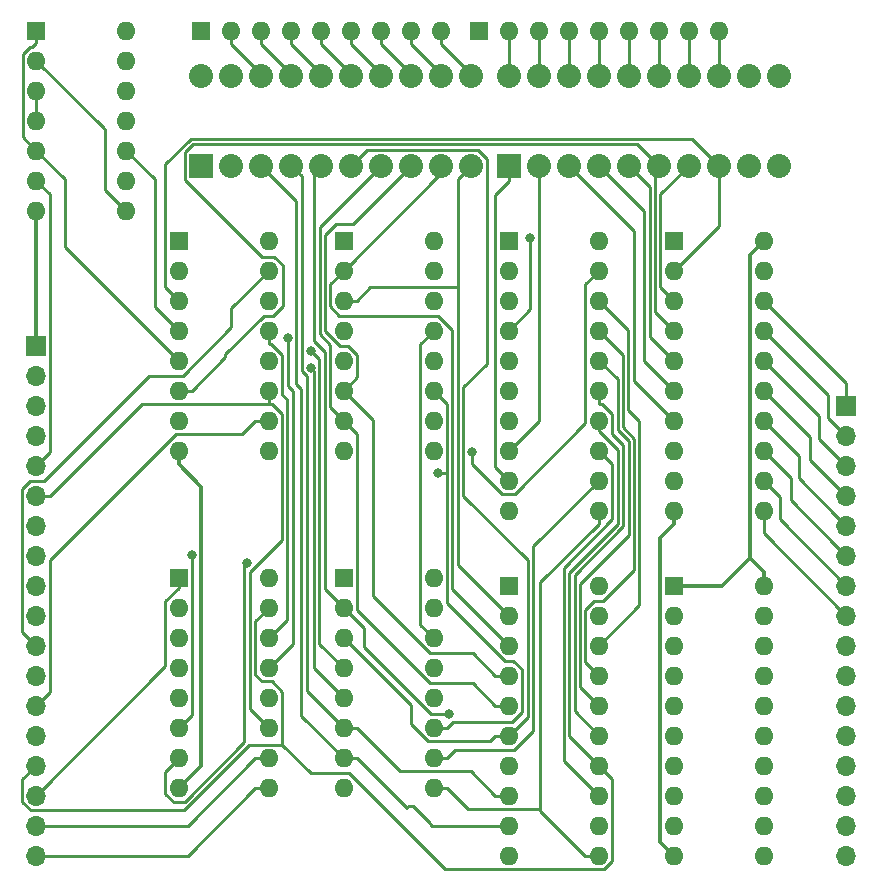
<source format=gtl>
G04 #@! TF.GenerationSoftware,KiCad,Pcbnew,5.0.2+dfsg1-1*
G04 #@! TF.CreationDate,2019-08-03T19:36:51+02:00*
G04 #@! TF.ProjectId,Program-Counter,50726f67-7261-46d2-9d43-6f756e746572,rev?*
G04 #@! TF.SameCoordinates,Original*
G04 #@! TF.FileFunction,Copper,L1,Top*
G04 #@! TF.FilePolarity,Positive*
%FSLAX46Y46*%
G04 Gerber Fmt 4.6, Leading zero omitted, Abs format (unit mm)*
G04 Created by KiCad (PCBNEW 5.0.2+dfsg1-1) date za 03 aug 2019 19:36:51 CEST*
%MOMM*%
%LPD*%
G01*
G04 APERTURE LIST*
G04 #@! TA.AperFunction,ComponentPad*
%ADD10R,1.700000X1.700000*%
G04 #@! TD*
G04 #@! TA.AperFunction,ComponentPad*
%ADD11O,1.700000X1.700000*%
G04 #@! TD*
G04 #@! TA.AperFunction,ComponentPad*
%ADD12O,1.600000X1.600000*%
G04 #@! TD*
G04 #@! TA.AperFunction,ComponentPad*
%ADD13R,1.600000X1.600000*%
G04 #@! TD*
G04 #@! TA.AperFunction,ComponentPad*
%ADD14C,2.032000*%
G04 #@! TD*
G04 #@! TA.AperFunction,ComponentPad*
%ADD15R,2.032000X2.032000*%
G04 #@! TD*
G04 #@! TA.AperFunction,ViaPad*
%ADD16C,0.800000*%
G04 #@! TD*
G04 #@! TA.AperFunction,Conductor*
%ADD17C,0.350000*%
G04 #@! TD*
G04 #@! TA.AperFunction,Conductor*
%ADD18C,0.250000*%
G04 #@! TD*
G04 APERTURE END LIST*
D10*
G04 #@! TO.P,J1,1*
G04 #@! TO.N,GND*
X33655000Y-50165000D03*
D11*
G04 #@! TO.P,J1,2*
G04 #@! TO.N,+5V*
X33655000Y-52705000D03*
G04 #@! TO.P,J1,3*
G04 #@! TO.N,CLOCK*
X33655000Y-55245000D03*
G04 #@! TO.P,J1,4*
G04 #@! TO.N,PC_INC*
X33655000Y-57785000D03*
G04 #@! TO.P,J1,5*
G04 #@! TO.N,PC_DEC*
X33655000Y-60325000D03*
G04 #@! TO.P,J1,6*
G04 #@! TO.N,~PC_L_LOAD*
X33655000Y-62865000D03*
G04 #@! TO.P,J1,7*
G04 #@! TO.N,~PC_H_LOAD*
X33655000Y-65405000D03*
G04 #@! TO.P,J1,8*
G04 #@! TO.N,~PC_L_OUT*
X33655000Y-67945000D03*
G04 #@! TO.P,J1,9*
G04 #@! TO.N,~PC_H_OUT*
X33655000Y-70485000D03*
G04 #@! TO.P,J1,10*
G04 #@! TO.N,~PC_MAR_OUT*
X33655000Y-73025000D03*
G04 #@! TO.P,J1,11*
G04 #@! TO.N,DATA_BUS0*
X33655000Y-75565000D03*
G04 #@! TO.P,J1,12*
G04 #@! TO.N,DATA_BUS1*
X33655000Y-78105000D03*
G04 #@! TO.P,J1,13*
G04 #@! TO.N,DATA_BUS2*
X33655000Y-80645000D03*
G04 #@! TO.P,J1,14*
G04 #@! TO.N,DATA_BUS3*
X33655000Y-83185000D03*
G04 #@! TO.P,J1,15*
G04 #@! TO.N,DATA_BUS4*
X33655000Y-85725000D03*
G04 #@! TO.P,J1,16*
G04 #@! TO.N,DATA_BUS5*
X33655000Y-88265000D03*
G04 #@! TO.P,J1,17*
G04 #@! TO.N,DATA_BUS6*
X33655000Y-90805000D03*
G04 #@! TO.P,J1,18*
G04 #@! TO.N,DATA_BUS7*
X33655000Y-93345000D03*
G04 #@! TD*
D12*
G04 #@! TO.P,U9,20*
G04 #@! TO.N,+5V*
X95250000Y-70485000D03*
G04 #@! TO.P,U9,10*
G04 #@! TO.N,GND*
X87630000Y-93345000D03*
G04 #@! TO.P,U9,19*
G04 #@! TO.N,~PC_MAR_OUT*
X95250000Y-73025000D03*
G04 #@! TO.P,U9,9*
G04 #@! TO.N,Net-(BAR1-Pad3)*
X87630000Y-90805000D03*
G04 #@! TO.P,U9,18*
G04 #@! TO.N,Net-(J2-Pad9)*
X95250000Y-75565000D03*
G04 #@! TO.P,U9,8*
G04 #@! TO.N,Net-(BAR1-Pad4)*
X87630000Y-88265000D03*
G04 #@! TO.P,U9,17*
G04 #@! TO.N,Net-(J2-Pad10)*
X95250000Y-78105000D03*
G04 #@! TO.P,U9,7*
G04 #@! TO.N,Net-(BAR1-Pad5)*
X87630000Y-85725000D03*
G04 #@! TO.P,U9,16*
G04 #@! TO.N,Net-(J2-Pad11)*
X95250000Y-80645000D03*
G04 #@! TO.P,U9,6*
G04 #@! TO.N,Net-(BAR1-Pad6)*
X87630000Y-83185000D03*
G04 #@! TO.P,U9,15*
G04 #@! TO.N,Net-(J2-Pad12)*
X95250000Y-83185000D03*
G04 #@! TO.P,U9,5*
G04 #@! TO.N,Net-(BAR1-Pad7)*
X87630000Y-80645000D03*
G04 #@! TO.P,U9,14*
G04 #@! TO.N,Net-(J2-Pad13)*
X95250000Y-85725000D03*
G04 #@! TO.P,U9,4*
G04 #@! TO.N,Net-(BAR1-Pad8)*
X87630000Y-78105000D03*
G04 #@! TO.P,U9,13*
G04 #@! TO.N,Net-(J2-Pad14)*
X95250000Y-88265000D03*
G04 #@! TO.P,U9,3*
G04 #@! TO.N,Net-(BAR1-Pad9)*
X87630000Y-75565000D03*
G04 #@! TO.P,U9,12*
G04 #@! TO.N,Net-(J2-Pad15)*
X95250000Y-90805000D03*
G04 #@! TO.P,U9,2*
G04 #@! TO.N,Net-(BAR1-Pad10)*
X87630000Y-73025000D03*
G04 #@! TO.P,U9,11*
G04 #@! TO.N,Net-(J2-Pad16)*
X95250000Y-93345000D03*
D13*
G04 #@! TO.P,U9,1*
G04 #@! TO.N,+5V*
X87630000Y-70485000D03*
G04 #@! TD*
G04 #@! TO.P,U8,1*
G04 #@! TO.N,+5V*
X87630000Y-41275000D03*
D12*
G04 #@! TO.P,U8,11*
G04 #@! TO.N,Net-(J2-Pad8)*
X95250000Y-64135000D03*
G04 #@! TO.P,U8,2*
G04 #@! TO.N,Net-(BAR2-Pad8)*
X87630000Y-43815000D03*
G04 #@! TO.P,U8,12*
G04 #@! TO.N,Net-(J2-Pad7)*
X95250000Y-61595000D03*
G04 #@! TO.P,U8,3*
G04 #@! TO.N,Net-(BAR2-Pad7)*
X87630000Y-46355000D03*
G04 #@! TO.P,U8,13*
G04 #@! TO.N,Net-(J2-Pad6)*
X95250000Y-59055000D03*
G04 #@! TO.P,U8,4*
G04 #@! TO.N,Net-(BAR2-Pad6)*
X87630000Y-48895000D03*
G04 #@! TO.P,U8,14*
G04 #@! TO.N,Net-(J2-Pad5)*
X95250000Y-56515000D03*
G04 #@! TO.P,U8,5*
G04 #@! TO.N,Net-(BAR2-Pad5)*
X87630000Y-51435000D03*
G04 #@! TO.P,U8,15*
G04 #@! TO.N,Net-(J2-Pad4)*
X95250000Y-53975000D03*
G04 #@! TO.P,U8,6*
G04 #@! TO.N,Net-(BAR2-Pad4)*
X87630000Y-53975000D03*
G04 #@! TO.P,U8,16*
G04 #@! TO.N,Net-(J2-Pad3)*
X95250000Y-51435000D03*
G04 #@! TO.P,U8,7*
G04 #@! TO.N,Net-(BAR2-Pad3)*
X87630000Y-56515000D03*
G04 #@! TO.P,U8,17*
G04 #@! TO.N,Net-(J2-Pad2)*
X95250000Y-48895000D03*
G04 #@! TO.P,U8,8*
G04 #@! TO.N,Net-(BAR2-Pad2)*
X87630000Y-59055000D03*
G04 #@! TO.P,U8,18*
G04 #@! TO.N,Net-(J2-Pad1)*
X95250000Y-46355000D03*
G04 #@! TO.P,U8,9*
G04 #@! TO.N,Net-(BAR2-Pad1)*
X87630000Y-61595000D03*
G04 #@! TO.P,U8,19*
G04 #@! TO.N,~PC_MAR_OUT*
X95250000Y-43815000D03*
G04 #@! TO.P,U8,10*
G04 #@! TO.N,GND*
X87630000Y-64135000D03*
G04 #@! TO.P,U8,20*
G04 #@! TO.N,+5V*
X95250000Y-41275000D03*
G04 #@! TD*
D13*
G04 #@! TO.P,U4,1*
G04 #@! TO.N,DATA_BUS1*
X59690000Y-41275000D03*
D12*
G04 #@! TO.P,U4,9*
G04 #@! TO.N,DATA_BUS3*
X67310000Y-59055000D03*
G04 #@! TO.P,U4,2*
G04 #@! TO.N,Net-(BAR1-Pad9)*
X59690000Y-43815000D03*
G04 #@! TO.P,U4,10*
G04 #@! TO.N,DATA_BUS2*
X67310000Y-56515000D03*
G04 #@! TO.P,U4,3*
G04 #@! TO.N,Net-(BAR1-Pad10)*
X59690000Y-46355000D03*
G04 #@! TO.P,U4,11*
G04 #@! TO.N,~PC_H_LOAD*
X67310000Y-53975000D03*
G04 #@! TO.P,U4,4*
G04 #@! TO.N,~CLK_EN*
X59690000Y-48895000D03*
G04 #@! TO.P,U4,12*
G04 #@! TO.N,Net-(U4-Pad12)*
X67310000Y-51435000D03*
G04 #@! TO.P,U4,5*
G04 #@! TO.N,DOWN_~UP*
X59690000Y-51435000D03*
G04 #@! TO.P,U4,13*
G04 #@! TO.N,Net-(U4-Pad13)*
X67310000Y-48895000D03*
G04 #@! TO.P,U4,6*
G04 #@! TO.N,Net-(BAR1-Pad8)*
X59690000Y-53975000D03*
G04 #@! TO.P,U4,14*
G04 #@! TO.N,Net-(U3-Pad13)*
X67310000Y-46355000D03*
G04 #@! TO.P,U4,7*
G04 #@! TO.N,Net-(BAR1-Pad7)*
X59690000Y-56515000D03*
G04 #@! TO.P,U4,15*
G04 #@! TO.N,DATA_BUS0*
X67310000Y-43815000D03*
G04 #@! TO.P,U4,8*
G04 #@! TO.N,GND*
X59690000Y-59055000D03*
G04 #@! TO.P,U4,16*
G04 #@! TO.N,+5V*
X67310000Y-41275000D03*
G04 #@! TD*
D11*
G04 #@! TO.P,J2,16*
G04 #@! TO.N,Net-(J2-Pad16)*
X102235000Y-93345000D03*
G04 #@! TO.P,J2,15*
G04 #@! TO.N,Net-(J2-Pad15)*
X102235000Y-90805000D03*
G04 #@! TO.P,J2,14*
G04 #@! TO.N,Net-(J2-Pad14)*
X102235000Y-88265000D03*
G04 #@! TO.P,J2,13*
G04 #@! TO.N,Net-(J2-Pad13)*
X102235000Y-85725000D03*
G04 #@! TO.P,J2,12*
G04 #@! TO.N,Net-(J2-Pad12)*
X102235000Y-83185000D03*
G04 #@! TO.P,J2,11*
G04 #@! TO.N,Net-(J2-Pad11)*
X102235000Y-80645000D03*
G04 #@! TO.P,J2,10*
G04 #@! TO.N,Net-(J2-Pad10)*
X102235000Y-78105000D03*
G04 #@! TO.P,J2,9*
G04 #@! TO.N,Net-(J2-Pad9)*
X102235000Y-75565000D03*
G04 #@! TO.P,J2,8*
G04 #@! TO.N,Net-(J2-Pad8)*
X102235000Y-73025000D03*
G04 #@! TO.P,J2,7*
G04 #@! TO.N,Net-(J2-Pad7)*
X102235000Y-70485000D03*
G04 #@! TO.P,J2,6*
G04 #@! TO.N,Net-(J2-Pad6)*
X102235000Y-67945000D03*
G04 #@! TO.P,J2,5*
G04 #@! TO.N,Net-(J2-Pad5)*
X102235000Y-65405000D03*
G04 #@! TO.P,J2,4*
G04 #@! TO.N,Net-(J2-Pad4)*
X102235000Y-62865000D03*
G04 #@! TO.P,J2,3*
G04 #@! TO.N,Net-(J2-Pad3)*
X102235000Y-60325000D03*
G04 #@! TO.P,J2,2*
G04 #@! TO.N,Net-(J2-Pad2)*
X102235000Y-57785000D03*
D10*
G04 #@! TO.P,J2,1*
G04 #@! TO.N,Net-(J2-Pad1)*
X102235000Y-55245000D03*
G04 #@! TD*
D14*
G04 #@! TO.P,BAR2,20*
G04 #@! TO.N,Net-(BAR2-Pad20)*
X73660000Y-27305000D03*
G04 #@! TO.P,BAR2,19*
G04 #@! TO.N,Net-(BAR2-Pad19)*
X76200000Y-27305000D03*
G04 #@! TO.P,BAR2,18*
G04 #@! TO.N,Net-(BAR2-Pad18)*
X78740000Y-27305000D03*
G04 #@! TO.P,BAR2,17*
G04 #@! TO.N,Net-(BAR2-Pad17)*
X81280000Y-27305000D03*
G04 #@! TO.P,BAR2,9*
G04 #@! TO.N,Net-(BAR2-Pad9)*
X93980000Y-34925000D03*
G04 #@! TO.P,BAR2,10*
G04 #@! TO.N,Net-(BAR2-Pad10)*
X96520000Y-34925000D03*
G04 #@! TO.P,BAR2,11*
G04 #@! TO.N,Net-(BAR2-Pad11)*
X96520000Y-27305000D03*
G04 #@! TO.P,BAR2,12*
G04 #@! TO.N,Net-(BAR2-Pad12)*
X93980000Y-27305000D03*
G04 #@! TO.P,BAR2,8*
G04 #@! TO.N,Net-(BAR2-Pad8)*
X91440000Y-34925000D03*
G04 #@! TO.P,BAR2,7*
G04 #@! TO.N,Net-(BAR2-Pad7)*
X88900000Y-34925000D03*
G04 #@! TO.P,BAR2,6*
G04 #@! TO.N,Net-(BAR2-Pad6)*
X86360000Y-34925000D03*
G04 #@! TO.P,BAR2,5*
G04 #@! TO.N,Net-(BAR2-Pad5)*
X83820000Y-34925000D03*
G04 #@! TO.P,BAR2,16*
G04 #@! TO.N,Net-(BAR2-Pad16)*
X83820000Y-27305000D03*
G04 #@! TO.P,BAR2,15*
G04 #@! TO.N,Net-(BAR2-Pad15)*
X86360000Y-27305000D03*
G04 #@! TO.P,BAR2,14*
G04 #@! TO.N,Net-(BAR2-Pad14)*
X88900000Y-27305000D03*
G04 #@! TO.P,BAR2,13*
G04 #@! TO.N,Net-(BAR2-Pad13)*
X91440000Y-27305000D03*
G04 #@! TO.P,BAR2,4*
G04 #@! TO.N,Net-(BAR2-Pad4)*
X81280000Y-34925000D03*
G04 #@! TO.P,BAR2,3*
G04 #@! TO.N,Net-(BAR2-Pad3)*
X78740000Y-34925000D03*
G04 #@! TO.P,BAR2,2*
G04 #@! TO.N,Net-(BAR2-Pad2)*
X76200000Y-34925000D03*
D15*
G04 #@! TO.P,BAR2,1*
G04 #@! TO.N,Net-(BAR2-Pad1)*
X73660000Y-34925000D03*
G04 #@! TD*
G04 #@! TO.P,BAR1,1*
G04 #@! TO.N,Net-(BAR1-Pad1)*
X47625000Y-34925000D03*
D14*
G04 #@! TO.P,BAR1,2*
G04 #@! TO.N,Net-(BAR1-Pad2)*
X50165000Y-34925000D03*
G04 #@! TO.P,BAR1,3*
G04 #@! TO.N,Net-(BAR1-Pad3)*
X52705000Y-34925000D03*
G04 #@! TO.P,BAR1,4*
G04 #@! TO.N,Net-(BAR1-Pad4)*
X55245000Y-34925000D03*
G04 #@! TO.P,BAR1,13*
G04 #@! TO.N,Net-(BAR1-Pad13)*
X65405000Y-27305000D03*
G04 #@! TO.P,BAR1,14*
G04 #@! TO.N,Net-(BAR1-Pad14)*
X62865000Y-27305000D03*
G04 #@! TO.P,BAR1,15*
G04 #@! TO.N,Net-(BAR1-Pad15)*
X60325000Y-27305000D03*
G04 #@! TO.P,BAR1,16*
G04 #@! TO.N,Net-(BAR1-Pad16)*
X57785000Y-27305000D03*
G04 #@! TO.P,BAR1,5*
G04 #@! TO.N,Net-(BAR1-Pad5)*
X57785000Y-34925000D03*
G04 #@! TO.P,BAR1,6*
G04 #@! TO.N,Net-(BAR1-Pad6)*
X60325000Y-34925000D03*
G04 #@! TO.P,BAR1,7*
G04 #@! TO.N,Net-(BAR1-Pad7)*
X62865000Y-34925000D03*
G04 #@! TO.P,BAR1,8*
G04 #@! TO.N,Net-(BAR1-Pad8)*
X65405000Y-34925000D03*
G04 #@! TO.P,BAR1,12*
G04 #@! TO.N,Net-(BAR1-Pad12)*
X67945000Y-27305000D03*
G04 #@! TO.P,BAR1,11*
G04 #@! TO.N,Net-(BAR1-Pad11)*
X70485000Y-27305000D03*
G04 #@! TO.P,BAR1,10*
G04 #@! TO.N,Net-(BAR1-Pad10)*
X70485000Y-34925000D03*
G04 #@! TO.P,BAR1,9*
G04 #@! TO.N,Net-(BAR1-Pad9)*
X67945000Y-34925000D03*
G04 #@! TO.P,BAR1,17*
G04 #@! TO.N,Net-(BAR1-Pad17)*
X55245000Y-27305000D03*
G04 #@! TO.P,BAR1,18*
G04 #@! TO.N,Net-(BAR1-Pad18)*
X52705000Y-27305000D03*
G04 #@! TO.P,BAR1,19*
G04 #@! TO.N,Net-(BAR1-Pad19)*
X50165000Y-27305000D03*
G04 #@! TO.P,BAR1,20*
G04 #@! TO.N,Net-(BAR1-Pad20)*
X47625000Y-27305000D03*
G04 #@! TD*
D13*
G04 #@! TO.P,U1,1*
G04 #@! TO.N,DOWN_~UP*
X33655000Y-23495000D03*
D12*
G04 #@! TO.P,U1,8*
G04 #@! TO.N,PC_INC*
X41275000Y-38735000D03*
G04 #@! TO.P,U1,2*
X33655000Y-26035000D03*
G04 #@! TO.P,U1,9*
G04 #@! TO.N,PC_DEC*
X41275000Y-36195000D03*
G04 #@! TO.P,U1,3*
G04 #@! TO.N,Net-(U1-Pad3)*
X33655000Y-28575000D03*
G04 #@! TO.P,U1,10*
G04 #@! TO.N,~CLK_EN*
X41275000Y-33655000D03*
G04 #@! TO.P,U1,4*
G04 #@! TO.N,Net-(U1-Pad3)*
X33655000Y-31115000D03*
G04 #@! TO.P,U1,11*
G04 #@! TO.N,N/C*
X41275000Y-31115000D03*
G04 #@! TO.P,U1,5*
G04 #@! TO.N,DOWN_~UP*
X33655000Y-33655000D03*
G04 #@! TO.P,U1,12*
G04 #@! TO.N,N/C*
X41275000Y-28575000D03*
G04 #@! TO.P,U1,6*
G04 #@! TO.N,PC_DEC*
X33655000Y-36195000D03*
G04 #@! TO.P,U1,13*
G04 #@! TO.N,N/C*
X41275000Y-26035000D03*
G04 #@! TO.P,U1,7*
G04 #@! TO.N,GND*
X33655000Y-38735000D03*
G04 #@! TO.P,U1,14*
G04 #@! TO.N,+5V*
X41275000Y-23495000D03*
G04 #@! TD*
G04 #@! TO.P,U5,16*
G04 #@! TO.N,+5V*
X67310000Y-69850000D03*
G04 #@! TO.P,U5,8*
G04 #@! TO.N,GND*
X59690000Y-87630000D03*
G04 #@! TO.P,U5,15*
G04 #@! TO.N,DATA_BUS4*
X67310000Y-72390000D03*
G04 #@! TO.P,U5,7*
G04 #@! TO.N,Net-(BAR1-Pad3)*
X59690000Y-85090000D03*
G04 #@! TO.P,U5,14*
G04 #@! TO.N,Net-(U4-Pad13)*
X67310000Y-74930000D03*
G04 #@! TO.P,U5,6*
G04 #@! TO.N,Net-(BAR1-Pad4)*
X59690000Y-82550000D03*
G04 #@! TO.P,U5,13*
G04 #@! TO.N,Net-(U5-Pad13)*
X67310000Y-77470000D03*
G04 #@! TO.P,U5,5*
G04 #@! TO.N,DOWN_~UP*
X59690000Y-80010000D03*
G04 #@! TO.P,U5,12*
G04 #@! TO.N,Net-(U5-Pad12)*
X67310000Y-80010000D03*
G04 #@! TO.P,U5,4*
G04 #@! TO.N,~CLK_EN*
X59690000Y-77470000D03*
G04 #@! TO.P,U5,11*
G04 #@! TO.N,~PC_H_LOAD*
X67310000Y-82550000D03*
G04 #@! TO.P,U5,3*
G04 #@! TO.N,Net-(BAR1-Pad6)*
X59690000Y-74930000D03*
G04 #@! TO.P,U5,10*
G04 #@! TO.N,DATA_BUS6*
X67310000Y-85090000D03*
G04 #@! TO.P,U5,2*
G04 #@! TO.N,Net-(BAR1-Pad5)*
X59690000Y-72390000D03*
G04 #@! TO.P,U5,9*
G04 #@! TO.N,DATA_BUS7*
X67310000Y-87630000D03*
D13*
G04 #@! TO.P,U5,1*
G04 #@! TO.N,DATA_BUS5*
X59690000Y-69850000D03*
G04 #@! TD*
D12*
G04 #@! TO.P,U3,16*
G04 #@! TO.N,+5V*
X53340000Y-69850000D03*
G04 #@! TO.P,U3,8*
G04 #@! TO.N,GND*
X45720000Y-87630000D03*
G04 #@! TO.P,U3,15*
G04 #@! TO.N,DATA_BUS4*
X53340000Y-72390000D03*
G04 #@! TO.P,U3,7*
G04 #@! TO.N,Net-(BAR2-Pad1)*
X45720000Y-85090000D03*
G04 #@! TO.P,U3,14*
G04 #@! TO.N,Net-(U2-Pad13)*
X53340000Y-74930000D03*
G04 #@! TO.P,U3,6*
G04 #@! TO.N,Net-(BAR2-Pad2)*
X45720000Y-82550000D03*
G04 #@! TO.P,U3,13*
G04 #@! TO.N,Net-(U3-Pad13)*
X53340000Y-77470000D03*
G04 #@! TO.P,U3,5*
G04 #@! TO.N,DOWN_~UP*
X45720000Y-80010000D03*
G04 #@! TO.P,U3,12*
G04 #@! TO.N,Net-(U3-Pad12)*
X53340000Y-80010000D03*
G04 #@! TO.P,U3,4*
G04 #@! TO.N,~CLK_EN*
X45720000Y-77470000D03*
G04 #@! TO.P,U3,11*
G04 #@! TO.N,~PC_L_LOAD*
X53340000Y-82550000D03*
G04 #@! TO.P,U3,3*
G04 #@! TO.N,Net-(BAR2-Pad4)*
X45720000Y-74930000D03*
G04 #@! TO.P,U3,10*
G04 #@! TO.N,DATA_BUS6*
X53340000Y-85090000D03*
G04 #@! TO.P,U3,2*
G04 #@! TO.N,Net-(BAR2-Pad3)*
X45720000Y-72390000D03*
G04 #@! TO.P,U3,9*
G04 #@! TO.N,DATA_BUS7*
X53340000Y-87630000D03*
D13*
G04 #@! TO.P,U3,1*
G04 #@! TO.N,DATA_BUS5*
X45720000Y-69850000D03*
G04 #@! TD*
G04 #@! TO.P,U2,1*
G04 #@! TO.N,DATA_BUS1*
X45720000Y-41275000D03*
D12*
G04 #@! TO.P,U2,9*
G04 #@! TO.N,DATA_BUS3*
X53340000Y-59055000D03*
G04 #@! TO.P,U2,2*
G04 #@! TO.N,Net-(BAR2-Pad7)*
X45720000Y-43815000D03*
G04 #@! TO.P,U2,10*
G04 #@! TO.N,DATA_BUS2*
X53340000Y-56515000D03*
G04 #@! TO.P,U2,3*
G04 #@! TO.N,Net-(BAR2-Pad8)*
X45720000Y-46355000D03*
G04 #@! TO.P,U2,11*
G04 #@! TO.N,~PC_L_LOAD*
X53340000Y-53975000D03*
G04 #@! TO.P,U2,4*
G04 #@! TO.N,~CLK_EN*
X45720000Y-48895000D03*
G04 #@! TO.P,U2,12*
G04 #@! TO.N,Net-(U2-Pad12)*
X53340000Y-51435000D03*
G04 #@! TO.P,U2,5*
G04 #@! TO.N,DOWN_~UP*
X45720000Y-51435000D03*
G04 #@! TO.P,U2,13*
G04 #@! TO.N,Net-(U2-Pad13)*
X53340000Y-48895000D03*
G04 #@! TO.P,U2,6*
G04 #@! TO.N,Net-(BAR2-Pad6)*
X45720000Y-53975000D03*
G04 #@! TO.P,U2,14*
G04 #@! TO.N,CLOCK*
X53340000Y-46355000D03*
G04 #@! TO.P,U2,7*
G04 #@! TO.N,Net-(BAR2-Pad5)*
X45720000Y-56515000D03*
G04 #@! TO.P,U2,15*
G04 #@! TO.N,DATA_BUS0*
X53340000Y-43815000D03*
G04 #@! TO.P,U2,8*
G04 #@! TO.N,GND*
X45720000Y-59055000D03*
G04 #@! TO.P,U2,16*
G04 #@! TO.N,+5V*
X53340000Y-41275000D03*
G04 #@! TD*
G04 #@! TO.P,U7,20*
G04 #@! TO.N,+5V*
X81280000Y-70485000D03*
G04 #@! TO.P,U7,10*
G04 #@! TO.N,GND*
X73660000Y-93345000D03*
G04 #@! TO.P,U7,19*
G04 #@! TO.N,~PC_H_OUT*
X81280000Y-73025000D03*
G04 #@! TO.P,U7,9*
G04 #@! TO.N,Net-(BAR1-Pad3)*
X73660000Y-90805000D03*
G04 #@! TO.P,U7,18*
G04 #@! TO.N,DATA_BUS0*
X81280000Y-75565000D03*
G04 #@! TO.P,U7,8*
G04 #@! TO.N,Net-(BAR1-Pad4)*
X73660000Y-88265000D03*
G04 #@! TO.P,U7,17*
G04 #@! TO.N,DATA_BUS1*
X81280000Y-78105000D03*
G04 #@! TO.P,U7,7*
G04 #@! TO.N,Net-(BAR1-Pad5)*
X73660000Y-85725000D03*
G04 #@! TO.P,U7,16*
G04 #@! TO.N,DATA_BUS2*
X81280000Y-80645000D03*
G04 #@! TO.P,U7,6*
G04 #@! TO.N,Net-(BAR1-Pad6)*
X73660000Y-83185000D03*
G04 #@! TO.P,U7,15*
G04 #@! TO.N,DATA_BUS3*
X81280000Y-83185000D03*
G04 #@! TO.P,U7,5*
G04 #@! TO.N,Net-(BAR1-Pad7)*
X73660000Y-80645000D03*
G04 #@! TO.P,U7,14*
G04 #@! TO.N,DATA_BUS4*
X81280000Y-85725000D03*
G04 #@! TO.P,U7,4*
G04 #@! TO.N,Net-(BAR1-Pad8)*
X73660000Y-78105000D03*
G04 #@! TO.P,U7,13*
G04 #@! TO.N,DATA_BUS5*
X81280000Y-88265000D03*
G04 #@! TO.P,U7,3*
G04 #@! TO.N,Net-(BAR1-Pad9)*
X73660000Y-75565000D03*
G04 #@! TO.P,U7,12*
G04 #@! TO.N,DATA_BUS6*
X81280000Y-90805000D03*
G04 #@! TO.P,U7,2*
G04 #@! TO.N,Net-(BAR1-Pad10)*
X73660000Y-73025000D03*
G04 #@! TO.P,U7,11*
G04 #@! TO.N,DATA_BUS7*
X81280000Y-93345000D03*
D13*
G04 #@! TO.P,U7,1*
G04 #@! TO.N,+5V*
X73660000Y-70485000D03*
G04 #@! TD*
G04 #@! TO.P,U6,1*
G04 #@! TO.N,+5V*
X73660000Y-41275000D03*
D12*
G04 #@! TO.P,U6,11*
G04 #@! TO.N,DATA_BUS7*
X81280000Y-64135000D03*
G04 #@! TO.P,U6,2*
G04 #@! TO.N,Net-(BAR2-Pad8)*
X73660000Y-43815000D03*
G04 #@! TO.P,U6,12*
G04 #@! TO.N,DATA_BUS6*
X81280000Y-61595000D03*
G04 #@! TO.P,U6,3*
G04 #@! TO.N,Net-(BAR2-Pad7)*
X73660000Y-46355000D03*
G04 #@! TO.P,U6,13*
G04 #@! TO.N,DATA_BUS5*
X81280000Y-59055000D03*
G04 #@! TO.P,U6,4*
G04 #@! TO.N,Net-(BAR2-Pad6)*
X73660000Y-48895000D03*
G04 #@! TO.P,U6,14*
G04 #@! TO.N,DATA_BUS4*
X81280000Y-56515000D03*
G04 #@! TO.P,U6,5*
G04 #@! TO.N,Net-(BAR2-Pad5)*
X73660000Y-51435000D03*
G04 #@! TO.P,U6,15*
G04 #@! TO.N,DATA_BUS3*
X81280000Y-53975000D03*
G04 #@! TO.P,U6,6*
G04 #@! TO.N,Net-(BAR2-Pad4)*
X73660000Y-53975000D03*
G04 #@! TO.P,U6,16*
G04 #@! TO.N,DATA_BUS2*
X81280000Y-51435000D03*
G04 #@! TO.P,U6,7*
G04 #@! TO.N,Net-(BAR2-Pad3)*
X73660000Y-56515000D03*
G04 #@! TO.P,U6,17*
G04 #@! TO.N,DATA_BUS1*
X81280000Y-48895000D03*
G04 #@! TO.P,U6,8*
G04 #@! TO.N,Net-(BAR2-Pad2)*
X73660000Y-59055000D03*
G04 #@! TO.P,U6,18*
G04 #@! TO.N,DATA_BUS0*
X81280000Y-46355000D03*
G04 #@! TO.P,U6,9*
G04 #@! TO.N,Net-(BAR2-Pad1)*
X73660000Y-61595000D03*
G04 #@! TO.P,U6,19*
G04 #@! TO.N,~PC_L_OUT*
X81280000Y-43815000D03*
G04 #@! TO.P,U6,10*
G04 #@! TO.N,GND*
X73660000Y-64135000D03*
G04 #@! TO.P,U6,20*
G04 #@! TO.N,+5V*
X81280000Y-41275000D03*
G04 #@! TD*
G04 #@! TO.P,RN2,9*
G04 #@! TO.N,Net-(BAR2-Pad13)*
X91440000Y-23495000D03*
G04 #@! TO.P,RN2,8*
G04 #@! TO.N,Net-(BAR2-Pad14)*
X88900000Y-23495000D03*
G04 #@! TO.P,RN2,7*
G04 #@! TO.N,Net-(BAR2-Pad15)*
X86360000Y-23495000D03*
G04 #@! TO.P,RN2,6*
G04 #@! TO.N,Net-(BAR2-Pad16)*
X83820000Y-23495000D03*
G04 #@! TO.P,RN2,5*
G04 #@! TO.N,Net-(BAR2-Pad17)*
X81280000Y-23495000D03*
G04 #@! TO.P,RN2,4*
G04 #@! TO.N,Net-(BAR2-Pad18)*
X78740000Y-23495000D03*
G04 #@! TO.P,RN2,3*
G04 #@! TO.N,Net-(BAR2-Pad19)*
X76200000Y-23495000D03*
G04 #@! TO.P,RN2,2*
G04 #@! TO.N,Net-(BAR2-Pad20)*
X73660000Y-23495000D03*
D13*
G04 #@! TO.P,RN2,1*
G04 #@! TO.N,GND*
X71120000Y-23495000D03*
G04 #@! TD*
G04 #@! TO.P,RN1,1*
G04 #@! TO.N,GND*
X47625000Y-23495000D03*
D12*
G04 #@! TO.P,RN1,2*
G04 #@! TO.N,Net-(BAR1-Pad18)*
X50165000Y-23495000D03*
G04 #@! TO.P,RN1,3*
G04 #@! TO.N,Net-(BAR1-Pad17)*
X52705000Y-23495000D03*
G04 #@! TO.P,RN1,4*
G04 #@! TO.N,Net-(BAR1-Pad16)*
X55245000Y-23495000D03*
G04 #@! TO.P,RN1,5*
G04 #@! TO.N,Net-(BAR1-Pad15)*
X57785000Y-23495000D03*
G04 #@! TO.P,RN1,6*
G04 #@! TO.N,Net-(BAR1-Pad14)*
X60325000Y-23495000D03*
G04 #@! TO.P,RN1,7*
G04 #@! TO.N,Net-(BAR1-Pad13)*
X62865000Y-23495000D03*
G04 #@! TO.P,RN1,8*
G04 #@! TO.N,Net-(BAR1-Pad12)*
X65405000Y-23495000D03*
G04 #@! TO.P,RN1,9*
G04 #@! TO.N,Net-(BAR1-Pad11)*
X67945000Y-23495000D03*
G04 #@! TD*
D16*
G04 #@! TO.N,Net-(BAR2-Pad6)*
X75456100Y-41090700D03*
G04 #@! TO.N,Net-(BAR2-Pad2)*
X46845300Y-67867900D03*
G04 #@! TO.N,Net-(BAR2-Pad1)*
X51473900Y-68601700D03*
G04 #@! TO.N,~PC_L_OUT*
X70549400Y-59149800D03*
G04 #@! TO.N,Net-(BAR1-Pad5)*
X68572200Y-81376200D03*
G04 #@! TO.N,~CLK_EN*
X56952900Y-50645800D03*
G04 #@! TO.N,DOWN_~UP*
X56886900Y-52022400D03*
G04 #@! TO.N,Net-(U3-Pad13)*
X54944900Y-49544600D03*
G04 #@! TO.N,~PC_H_LOAD*
X67683800Y-60937300D03*
G04 #@! TD*
D17*
G04 #@! TO.N,GND*
X33655000Y-38735000D02*
X33655000Y-48939700D01*
X33655000Y-50165000D02*
X33655000Y-48939700D01*
X45720000Y-60230300D02*
X45720000Y-59055000D01*
X47627300Y-62137600D02*
X45720000Y-60230300D01*
X47627300Y-85722700D02*
X47627300Y-62137600D01*
X45720000Y-87630000D02*
X47627300Y-85722700D01*
X87630000Y-65310300D02*
X87630000Y-64135000D01*
X86454600Y-66485700D02*
X87630000Y-65310300D01*
X86454600Y-92169600D02*
X86454600Y-66485700D01*
X87630000Y-93345000D02*
X86454600Y-92169600D01*
D18*
G04 #@! TO.N,Net-(BAR1-Pad18)*
X50165000Y-23495000D02*
X50165000Y-24620300D01*
X50165000Y-24620300D02*
X52705000Y-27160300D01*
X52705000Y-27160300D02*
X52705000Y-27305000D01*
G04 #@! TO.N,Net-(BAR1-Pad17)*
X52705000Y-23495000D02*
X52705000Y-24620300D01*
X52705000Y-24620300D02*
X55245000Y-27160300D01*
X55245000Y-27160300D02*
X55245000Y-27305000D01*
G04 #@! TO.N,Net-(BAR1-Pad16)*
X55245000Y-23495000D02*
X55245000Y-24620300D01*
X55245000Y-24620300D02*
X57785000Y-27160300D01*
X57785000Y-27160300D02*
X57785000Y-27305000D01*
G04 #@! TO.N,Net-(BAR1-Pad15)*
X57785000Y-23495000D02*
X57785000Y-24620300D01*
X57785000Y-24620300D02*
X60325000Y-27160300D01*
X60325000Y-27160300D02*
X60325000Y-27305000D01*
G04 #@! TO.N,Net-(BAR1-Pad14)*
X60325000Y-23495000D02*
X60325000Y-24620300D01*
X60325000Y-24620300D02*
X62865000Y-27160300D01*
X62865000Y-27160300D02*
X62865000Y-27305000D01*
G04 #@! TO.N,Net-(BAR1-Pad13)*
X62865000Y-23495000D02*
X62865000Y-24620300D01*
X62865000Y-24620300D02*
X65405000Y-27160300D01*
X65405000Y-27160300D02*
X65405000Y-27305000D01*
G04 #@! TO.N,Net-(BAR1-Pad12)*
X65405000Y-23495000D02*
X65405000Y-24620300D01*
X65405000Y-24620300D02*
X67945000Y-27160300D01*
X67945000Y-27160300D02*
X67945000Y-27305000D01*
G04 #@! TO.N,Net-(BAR1-Pad11)*
X67945000Y-23495000D02*
X67945000Y-24620300D01*
X67945000Y-24620300D02*
X70485000Y-27160300D01*
X70485000Y-27160300D02*
X70485000Y-27305000D01*
G04 #@! TO.N,Net-(BAR2-Pad13)*
X91440000Y-23495000D02*
X91440000Y-27305000D01*
G04 #@! TO.N,Net-(BAR2-Pad14)*
X88900000Y-23495000D02*
X88900000Y-27305000D01*
G04 #@! TO.N,Net-(BAR2-Pad15)*
X86360000Y-23495000D02*
X86360000Y-27305000D01*
G04 #@! TO.N,Net-(BAR2-Pad16)*
X83820000Y-23495000D02*
X83820000Y-27305000D01*
G04 #@! TO.N,Net-(BAR2-Pad17)*
X81280000Y-23495000D02*
X81280000Y-27305000D01*
G04 #@! TO.N,Net-(BAR2-Pad18)*
X78740000Y-23495000D02*
X78740000Y-27305000D01*
G04 #@! TO.N,Net-(BAR2-Pad19)*
X76200000Y-23495000D02*
X76200000Y-27305000D01*
G04 #@! TO.N,Net-(BAR2-Pad20)*
X73660000Y-23495000D02*
X73660000Y-27305000D01*
D17*
G04 #@! TO.N,+5V*
X95250000Y-69309700D02*
X94056000Y-68115700D01*
X87630000Y-70485000D02*
X91686700Y-70485000D01*
X91686700Y-70485000D02*
X94056000Y-68115700D01*
X95250000Y-70485000D02*
X95250000Y-69309700D01*
X94056000Y-42469000D02*
X94056000Y-43561000D01*
X95250000Y-41275000D02*
X94056000Y-42469000D01*
X94056000Y-68115700D02*
X94056000Y-43561000D01*
D18*
G04 #@! TO.N,DATA_BUS7*
X53340000Y-87630000D02*
X52214700Y-87630000D01*
X52214700Y-87630000D02*
X46499700Y-93345000D01*
X46499700Y-93345000D02*
X33655000Y-93345000D01*
X76344700Y-89415900D02*
X76344700Y-70195600D01*
X76344700Y-70195600D02*
X81280000Y-65260300D01*
X81280000Y-64135000D02*
X81280000Y-65260300D01*
X76344700Y-89415900D02*
X76344700Y-89535000D01*
X76344700Y-89535000D02*
X80154700Y-93345000D01*
X68435300Y-87630000D02*
X70221200Y-89415900D01*
X70221200Y-89415900D02*
X76344700Y-89415900D01*
X81280000Y-93345000D02*
X80154700Y-93345000D01*
X67310000Y-87630000D02*
X68435300Y-87630000D01*
G04 #@! TO.N,Net-(BAR2-Pad8)*
X89168000Y-32653000D02*
X91440000Y-34925000D01*
X46728400Y-32653000D02*
X89168000Y-32653000D01*
X44594700Y-34786700D02*
X46728400Y-32653000D01*
X44594700Y-45229700D02*
X44594700Y-34786700D01*
X45720000Y-46355000D02*
X44594700Y-45229700D01*
X87630000Y-43815000D02*
X91440000Y-40005000D01*
X91440000Y-40005000D02*
X91440000Y-38862000D01*
X91440000Y-38862000D02*
X91440000Y-34925000D01*
G04 #@! TO.N,DATA_BUS6*
X52214700Y-85090000D02*
X46499700Y-90805000D01*
X46499700Y-90805000D02*
X33655000Y-90805000D01*
X53340000Y-85090000D02*
X52214700Y-85090000D01*
X68435300Y-85090000D02*
X67310000Y-85090000D01*
X74086900Y-84418500D02*
X69106800Y-84418500D01*
X75703300Y-67171700D02*
X75703300Y-82802100D01*
X75703300Y-82802100D02*
X74086900Y-84418500D01*
X81280000Y-61595000D02*
X75703300Y-67171700D01*
X69106800Y-84418500D02*
X68435300Y-85090000D01*
G04 #@! TO.N,Net-(BAR2-Pad7)*
X86504700Y-37320300D02*
X88900000Y-34925000D01*
X86504700Y-45229700D02*
X86504700Y-37320300D01*
X87630000Y-46355000D02*
X86504700Y-45229700D01*
G04 #@! TO.N,DATA_BUS5*
X44594700Y-77325300D02*
X33655000Y-88265000D01*
X45720000Y-70693900D02*
X44594700Y-71819200D01*
X44594700Y-71819200D02*
X44594700Y-77325300D01*
X45720000Y-69850000D02*
X45720000Y-70693900D01*
X78331900Y-85316900D02*
X81280000Y-88265000D01*
X78331900Y-68966300D02*
X78331900Y-85316900D01*
X82432200Y-60207200D02*
X82432200Y-64866000D01*
X82432200Y-64866000D02*
X78331900Y-68966300D01*
X81280000Y-59055000D02*
X82432200Y-60207200D01*
G04 #@! TO.N,Net-(BAR2-Pad6)*
X52914000Y-47625000D02*
X53661600Y-47625000D01*
X53661600Y-47625000D02*
X54510700Y-46775900D01*
X54510700Y-46775900D02*
X54510700Y-43372800D01*
X54510700Y-43372800D02*
X53776100Y-42638200D01*
X53776100Y-42638200D02*
X52762700Y-42638200D01*
X52762700Y-42638200D02*
X46270700Y-36146200D01*
X46270700Y-36146200D02*
X46270700Y-33772800D01*
X46270700Y-33772800D02*
X46931200Y-33112300D01*
X86360000Y-34925000D02*
X86054400Y-35230600D01*
X49657000Y-51169370D02*
X49657000Y-50882000D01*
X46851370Y-53975000D02*
X49657000Y-51169370D01*
X45720000Y-53975000D02*
X46851370Y-53975000D01*
X49657000Y-50882000D02*
X52914000Y-47625000D01*
X73660000Y-48895000D02*
X75456100Y-47098900D01*
X75456100Y-47098900D02*
X75456100Y-45085000D01*
X75456100Y-41090700D02*
X75456100Y-45085000D01*
X86054400Y-47319400D02*
X86054400Y-45593000D01*
X87630000Y-48895000D02*
X86054400Y-47319400D01*
X86054400Y-35230600D02*
X86054400Y-45593000D01*
X84547300Y-33112300D02*
X83566000Y-33112300D01*
X86360000Y-34925000D02*
X84547300Y-33112300D01*
X46931200Y-33112300D02*
X83566000Y-33112300D01*
X83566000Y-33112300D02*
X83936100Y-33112300D01*
G04 #@! TO.N,DATA_BUS4*
X53340000Y-72390000D02*
X52213800Y-73516200D01*
X52213800Y-73516200D02*
X52213800Y-78011400D01*
X52213800Y-78011400D02*
X52797800Y-78595400D01*
X52797800Y-78595400D02*
X53590500Y-78595400D01*
X53590500Y-78595400D02*
X54471000Y-79475900D01*
X54471000Y-79475900D02*
X54471000Y-83940300D01*
X51705900Y-83940300D02*
X54471000Y-83940300D01*
X32479700Y-86900300D02*
X32479700Y-88780300D01*
X33215600Y-89516200D02*
X46130000Y-89516200D01*
X46130000Y-89516200D02*
X51705900Y-83940300D01*
X33655000Y-85725000D02*
X32479700Y-86900300D01*
X32479700Y-88780300D02*
X33215600Y-89516200D01*
X60093400Y-86360000D02*
X56890700Y-86360000D01*
X56890700Y-86360000D02*
X54471000Y-83940300D01*
X81280000Y-85725000D02*
X82405300Y-86850300D01*
X82405300Y-86850300D02*
X82405300Y-93820800D01*
X82405300Y-93820800D02*
X81724500Y-94501600D01*
X81724500Y-94501600D02*
X68235000Y-94501600D01*
X68235000Y-94501600D02*
X60093400Y-86360000D01*
X78782300Y-83227300D02*
X81280000Y-85725000D01*
X81280000Y-56515000D02*
X81280000Y-57358900D01*
X82882700Y-65277700D02*
X78782300Y-69378100D01*
X81280000Y-57358900D02*
X82882700Y-58961600D01*
X82882700Y-58961600D02*
X82882700Y-65277700D01*
X78782300Y-69378100D02*
X78782300Y-83227300D01*
G04 #@! TO.N,Net-(BAR2-Pad5)*
X85604100Y-36709100D02*
X83820000Y-34925000D01*
X85604100Y-49409100D02*
X85604100Y-36709100D01*
X87630000Y-51435000D02*
X85604100Y-49409100D01*
G04 #@! TO.N,DATA_BUS3*
X81280000Y-55100300D02*
X81280000Y-53975000D01*
X82405300Y-55944200D02*
X81561400Y-55100300D01*
X81561400Y-55100300D02*
X81280000Y-55100300D01*
X81280000Y-83185000D02*
X79232600Y-81137600D01*
X83352600Y-58581600D02*
X82405300Y-57634300D01*
X79232600Y-81137600D02*
X79232600Y-69564700D01*
X79232600Y-69564700D02*
X83352600Y-65444700D01*
X82405300Y-57634300D02*
X82405300Y-55944200D01*
X83352600Y-65444700D02*
X83352600Y-58581600D01*
G04 #@! TO.N,Net-(BAR2-Pad4)*
X85100600Y-51445600D02*
X85100600Y-38745600D01*
X85100600Y-38745600D02*
X81280000Y-34925000D01*
X87630000Y-53975000D02*
X85100600Y-51445600D01*
G04 #@! TO.N,DATA_BUS2*
X33655000Y-80645000D02*
X34830300Y-79469700D01*
X52214700Y-56515000D02*
X53340000Y-56515000D01*
X34830300Y-79469700D02*
X34830300Y-68338400D01*
X34830300Y-68338400D02*
X45528400Y-57640300D01*
X45528400Y-57640300D02*
X51089400Y-57640300D01*
X51089400Y-57640300D02*
X52214700Y-56515000D01*
X79688100Y-79053100D02*
X81280000Y-80645000D01*
X79688100Y-70358100D02*
X79688100Y-79053100D01*
X81280000Y-51435000D02*
X82869700Y-53024700D01*
X82869700Y-53024700D02*
X82869700Y-57279900D01*
X83807300Y-58217500D02*
X83807300Y-66238900D01*
X82869700Y-57279900D02*
X83807300Y-58217500D01*
X83807300Y-66238900D02*
X79688100Y-70358100D01*
G04 #@! TO.N,Net-(BAR2-Pad3)*
X84253200Y-53138200D02*
X84253200Y-40438200D01*
X84253200Y-40438200D02*
X78740000Y-34925000D01*
X87630000Y-56515000D02*
X84253200Y-53138200D01*
G04 #@! TO.N,DATA_BUS1*
X80138400Y-76963400D02*
X81280000Y-78105000D01*
X80138400Y-72511200D02*
X80138400Y-76963400D01*
X83320000Y-50935000D02*
X83320000Y-57093300D01*
X81280000Y-48895000D02*
X83320000Y-50935000D01*
X84257600Y-58030900D02*
X84257600Y-69144100D01*
X80894600Y-71755000D02*
X80138400Y-72511200D01*
X81646700Y-71755000D02*
X80894600Y-71755000D01*
X83320000Y-57093300D02*
X84257600Y-58030900D01*
X84257600Y-69144100D02*
X81646700Y-71755000D01*
G04 #@! TO.N,Net-(BAR2-Pad2)*
X45720000Y-82550000D02*
X46845300Y-81424700D01*
X46845300Y-81424700D02*
X46845300Y-80010000D01*
X46845300Y-80010000D02*
X46845300Y-67867900D01*
X76200000Y-56515000D02*
X76200000Y-55118000D01*
X73660000Y-59055000D02*
X76200000Y-56515000D01*
X76200000Y-55118000D02*
X76200000Y-34925000D01*
G04 #@! TO.N,DATA_BUS0*
X46054300Y-52705000D02*
X50165000Y-48594300D01*
X43175200Y-52705000D02*
X46054300Y-52705000D01*
X34285200Y-61595000D02*
X43175200Y-52705000D01*
X50165000Y-48594300D02*
X50165000Y-46990000D01*
X32479700Y-74389700D02*
X32479700Y-62271900D01*
X32479700Y-62271900D02*
X33156600Y-61595000D01*
X50165000Y-46990000D02*
X53340000Y-43815000D01*
X33655000Y-75565000D02*
X32479700Y-74389700D01*
X33156600Y-61595000D02*
X34285200Y-61595000D01*
X84707900Y-72137100D02*
X81280000Y-75565000D01*
X84707900Y-56583100D02*
X84707900Y-72137100D01*
X83770300Y-55645500D02*
X84707900Y-56583100D01*
X83770300Y-48845300D02*
X83770300Y-55645500D01*
X81280000Y-46355000D02*
X83770300Y-48845300D01*
G04 #@! TO.N,Net-(BAR2-Pad1)*
X45720000Y-85090000D02*
X44582900Y-86227100D01*
X44582900Y-86227100D02*
X44582900Y-88106800D01*
X44582900Y-88106800D02*
X45275500Y-88799400D01*
X45275500Y-88799400D02*
X46209900Y-88799400D01*
X46209900Y-88799400D02*
X51250500Y-83758800D01*
X51250500Y-83758800D02*
X51250500Y-68825100D01*
X51250500Y-68825100D02*
X51473900Y-68601700D01*
X73660000Y-36266300D02*
X73660000Y-34925000D01*
X72534700Y-60469700D02*
X72534700Y-37391600D01*
X72534700Y-37391600D02*
X73660000Y-36266300D01*
X73660000Y-61595000D02*
X72534700Y-60469700D01*
G04 #@! TO.N,~PC_L_OUT*
X70549400Y-60167700D02*
X70549400Y-59149800D01*
X81280000Y-43815000D02*
X80154700Y-44940300D01*
X80154700Y-56723800D02*
X74158100Y-62720400D01*
X80154700Y-44940300D02*
X80154700Y-56723800D01*
X74158100Y-62720400D02*
X73102100Y-62720400D01*
X73102100Y-62720400D02*
X70549400Y-60167700D01*
G04 #@! TO.N,Net-(BAR1-Pad3)*
X73660000Y-90805000D02*
X67112700Y-90805000D01*
X67112700Y-90805000D02*
X67112700Y-90750500D01*
X67112700Y-90750500D02*
X66980600Y-90618400D01*
X66980600Y-90618400D02*
X66980600Y-90618300D01*
X66980600Y-90618300D02*
X65532900Y-89170600D01*
X65532900Y-89170600D02*
X65159700Y-89170600D01*
X65159700Y-89170600D02*
X65027800Y-89302500D01*
X65027800Y-89302500D02*
X60815300Y-85090000D01*
X60252700Y-85090000D02*
X59690000Y-85090000D01*
X60252700Y-85090000D02*
X60815300Y-85090000D01*
X55670300Y-53387700D02*
X55670300Y-37890300D01*
X55670300Y-37890300D02*
X52705000Y-34925000D01*
X56097600Y-81497600D02*
X56097600Y-53815000D01*
X56097600Y-53815000D02*
X55670300Y-53387700D01*
X59690000Y-85090000D02*
X56097600Y-81497600D01*
G04 #@! TO.N,Net-(BAR1-Pad4)*
X73660000Y-88265000D02*
X72534700Y-88265000D01*
X59690000Y-82550000D02*
X60815300Y-82550000D01*
X60815300Y-82550000D02*
X64480700Y-86215400D01*
X64480700Y-86215400D02*
X70485100Y-86215400D01*
X70485100Y-86215400D02*
X72534700Y-88265000D01*
X56120600Y-35800600D02*
X55245000Y-34925000D01*
X56120600Y-52281900D02*
X56120600Y-35800600D01*
X56548000Y-79408000D02*
X56548000Y-52709300D01*
X56548000Y-52709300D02*
X56120600Y-52281900D01*
X59690000Y-82550000D02*
X56548000Y-79408000D01*
G04 #@! TO.N,Net-(BAR1-Pad5)*
X67072900Y-81376200D02*
X68572200Y-81376200D01*
X61388700Y-74088700D02*
X61388700Y-75692000D01*
X59690000Y-72390000D02*
X61388700Y-74088700D01*
X61388700Y-75692000D02*
X67072900Y-81376200D01*
X57180200Y-49811000D02*
X57180200Y-35529800D01*
X57180200Y-35529800D02*
X57785000Y-34925000D01*
X58067700Y-70767700D02*
X58067700Y-50698500D01*
X58067700Y-50698500D02*
X57180200Y-49811000D01*
X59690000Y-72390000D02*
X58067700Y-70767700D01*
G04 #@! TO.N,Net-(BAR1-Pad6)*
X73660000Y-83185000D02*
X72534700Y-83185000D01*
X59690000Y-74930000D02*
X65372100Y-80612100D01*
X65372100Y-80612100D02*
X65372100Y-82208300D01*
X65372100Y-82208300D02*
X66839800Y-83676000D01*
X66839800Y-83676000D02*
X72043700Y-83676000D01*
X72043700Y-83676000D02*
X72534700Y-83185000D01*
X60325000Y-34925000D02*
X61687300Y-33562700D01*
X61687300Y-33562700D02*
X71030700Y-33562700D01*
X71030700Y-33562700D02*
X71833200Y-34365200D01*
X71833200Y-34365200D02*
X71833200Y-51689800D01*
X71833200Y-51689800D02*
X69823500Y-53699500D01*
X69823500Y-53699500D02*
X69823500Y-62855600D01*
X69823500Y-62855600D02*
X75252900Y-68285000D01*
X75252900Y-68285000D02*
X75252900Y-81592100D01*
X75252900Y-81592100D02*
X73660000Y-83185000D01*
G04 #@! TO.N,Net-(BAR1-Pad7)*
X62865000Y-34925000D02*
X57649200Y-40140800D01*
X57649200Y-40140800D02*
X57649200Y-49217900D01*
X57649200Y-49217900D02*
X58518000Y-50086700D01*
X58518000Y-50086700D02*
X58518000Y-55343000D01*
X58518000Y-55343000D02*
X59690000Y-56515000D01*
X72534700Y-80645000D02*
X73660000Y-80645000D01*
X59690000Y-56515000D02*
X60815300Y-57640300D01*
X60815300Y-57640300D02*
X60815300Y-72571400D01*
X66983900Y-78740000D02*
X70629700Y-78740000D01*
X70629700Y-78740000D02*
X72534700Y-80645000D01*
X60815300Y-72571400D02*
X66983900Y-78740000D01*
G04 #@! TO.N,Net-(BAR1-Pad8)*
X59034700Y-39846600D02*
X60483400Y-39846600D01*
X58099500Y-40781800D02*
X59034700Y-39846600D01*
X58099500Y-48902000D02*
X58099500Y-40781800D01*
X59690000Y-53975000D02*
X60815300Y-52849700D01*
X60815300Y-50968500D02*
X60011800Y-50165000D01*
X60011800Y-50165000D02*
X59362500Y-50165000D01*
X60483400Y-39846600D02*
X65405000Y-34925000D01*
X60815300Y-52849700D02*
X60815300Y-50968500D01*
X59362500Y-50165000D02*
X58099500Y-48902000D01*
X72534700Y-78105000D02*
X73660000Y-78105000D01*
X70629700Y-76200000D02*
X72534700Y-78105000D01*
X59690000Y-53975000D02*
X62162500Y-56447500D01*
X62162500Y-56447500D02*
X62162500Y-71405200D01*
X62162500Y-71405200D02*
X66957300Y-76200000D01*
X66957300Y-76200000D02*
X70629700Y-76200000D01*
G04 #@! TO.N,Net-(BAR1-Pad9)*
X67945000Y-35560000D02*
X67945000Y-34925000D01*
X59690000Y-43815000D02*
X67945000Y-35560000D01*
X58549900Y-44955100D02*
X59690000Y-43815000D01*
X58549900Y-46849100D02*
X58549900Y-44955100D01*
X73660000Y-75565000D02*
X68885700Y-70790700D01*
X68885700Y-70790700D02*
X68885700Y-48872900D01*
X68885700Y-48872900D02*
X67637800Y-47625000D01*
X67637800Y-47625000D02*
X59325800Y-47625000D01*
X59325800Y-47625000D02*
X58549900Y-46849100D01*
G04 #@! TO.N,Net-(BAR1-Pad10)*
X70485000Y-34925000D02*
X69354600Y-36055400D01*
X69354600Y-36055400D02*
X69354600Y-45229700D01*
X61946670Y-45229700D02*
X62738000Y-45229700D01*
X59690000Y-46355000D02*
X60821370Y-46355000D01*
X60821370Y-46355000D02*
X61946670Y-45229700D01*
X69354600Y-45229700D02*
X62738000Y-45229700D01*
X73660000Y-73025000D02*
X69354600Y-68719600D01*
X69354600Y-68719600D02*
X69354600Y-67945000D01*
X69354600Y-45229700D02*
X69354600Y-67945000D01*
G04 #@! TO.N,~PC_L_LOAD*
X33655000Y-62865000D02*
X34830300Y-62865000D01*
X53340000Y-55100300D02*
X42595000Y-55100300D01*
X42595000Y-55100300D02*
X34830300Y-62865000D01*
X53340000Y-54987700D02*
X53340000Y-55100300D01*
X53340000Y-53975000D02*
X53340000Y-54987700D01*
X53621400Y-55100300D02*
X53340000Y-55100300D01*
X53340000Y-82550000D02*
X51763500Y-80973500D01*
X54465300Y-66636100D02*
X54465300Y-55944200D01*
X51763500Y-80973500D02*
X51763500Y-69337900D01*
X51763500Y-69337900D02*
X54465300Y-66636100D01*
X54465300Y-55944200D02*
X53621400Y-55100300D01*
G04 #@! TO.N,~CLK_EN*
X43694100Y-36074100D02*
X41275000Y-33655000D01*
X43694100Y-46869100D02*
X43694100Y-36074100D01*
X45720000Y-48895000D02*
X43694100Y-46869100D01*
X57617300Y-51310200D02*
X56952900Y-50645800D01*
X57617300Y-75397300D02*
X57617300Y-51310200D01*
X59690000Y-77470000D02*
X57617300Y-75397300D01*
G04 #@! TO.N,DOWN_~UP*
X33655000Y-24545000D02*
X33655000Y-23495000D01*
X32529700Y-32529700D02*
X32529700Y-25464200D01*
X33655000Y-33655000D02*
X32529700Y-32529700D01*
X33101900Y-24892000D02*
X33308000Y-24892000D01*
X32529700Y-25464200D02*
X33101900Y-24892000D01*
X33308000Y-24892000D02*
X33655000Y-24545000D01*
X36068600Y-36068600D02*
X33655000Y-33655000D01*
X36068600Y-41783600D02*
X36068600Y-36068600D01*
X45720000Y-51435000D02*
X36068600Y-41783600D01*
X57166900Y-52302400D02*
X56886900Y-52022400D01*
X57166900Y-77486900D02*
X57166900Y-52302400D01*
X59690000Y-80010000D02*
X57166900Y-77486900D01*
G04 #@! TO.N,Net-(U2-Pad13)*
X53340000Y-50020300D02*
X53340000Y-48895000D01*
X53340000Y-74930000D02*
X54915700Y-73354300D01*
X54915700Y-73354300D02*
X54915700Y-54739200D01*
X53516900Y-50020300D02*
X53340000Y-50020300D01*
X54915700Y-54739200D02*
X54465300Y-54288800D01*
X54465300Y-54288800D02*
X54465300Y-50968700D01*
X54465300Y-50968700D02*
X53516900Y-50020300D01*
G04 #@! TO.N,Net-(U3-Pad13)*
X54944900Y-53622300D02*
X54944900Y-49544600D01*
X55366100Y-54043500D02*
X54944900Y-53622300D01*
X55366100Y-75443900D02*
X55366100Y-54043500D01*
X53340000Y-77470000D02*
X55366100Y-75443900D01*
G04 #@! TO.N,~PC_H_LOAD*
X68435300Y-60937300D02*
X67683800Y-60937300D01*
X68435300Y-60937300D02*
X68435300Y-71937800D01*
X68435300Y-71937800D02*
X73332500Y-76835000D01*
X73332500Y-76835000D02*
X74059000Y-76835000D01*
X74059000Y-76835000D02*
X74795900Y-77571900D01*
X74795900Y-77571900D02*
X74795900Y-81149100D01*
X74795900Y-81149100D02*
X73918800Y-82026200D01*
X73918800Y-82026200D02*
X68959100Y-82026200D01*
X68959100Y-82026200D02*
X68435300Y-82550000D01*
X67310000Y-82550000D02*
X68435300Y-82550000D01*
X68435300Y-55100300D02*
X68435300Y-57150000D01*
X67310000Y-53975000D02*
X68435300Y-55100300D01*
X68435300Y-57150000D02*
X68435300Y-60937300D01*
G04 #@! TO.N,Net-(U4-Pad13)*
X66184700Y-50020300D02*
X66184700Y-73804700D01*
X66184700Y-73804700D02*
X67310000Y-74930000D01*
X67310000Y-48895000D02*
X66184700Y-50020300D01*
G04 #@! TO.N,PC_INC*
X39497000Y-31877000D02*
X39370000Y-31750000D01*
X39497000Y-36957000D02*
X39497000Y-31877000D01*
X41275000Y-38735000D02*
X39497000Y-36957000D01*
X33655000Y-26035000D02*
X39370000Y-31750000D01*
G04 #@! TO.N,PC_DEC*
X34830300Y-37370300D02*
X33655000Y-36195000D01*
X34830300Y-59149700D02*
X34830300Y-37370300D01*
X33655000Y-60325000D02*
X34830300Y-59149700D01*
G04 #@! TO.N,Net-(U1-Pad3)*
X33655000Y-31115000D02*
X33655000Y-28575000D01*
G04 #@! TO.N,Net-(J2-Pad8)*
X95250000Y-65867000D02*
X95250000Y-64135000D01*
X95250000Y-66040000D02*
X95250000Y-64135000D01*
X102235000Y-73025000D02*
X95250000Y-66040000D01*
G04 #@! TO.N,Net-(J2-Pad7)*
X96049999Y-62394999D02*
X95250000Y-61595000D01*
X96607055Y-62952055D02*
X96049999Y-62394999D01*
X96607055Y-64857055D02*
X96607055Y-62952055D01*
X102235000Y-70485000D02*
X96607055Y-64857055D01*
G04 #@! TO.N,Net-(J2-Pad6)*
X101385001Y-67095001D02*
X102235000Y-67945000D01*
X97536000Y-63244590D02*
X101385001Y-67093591D01*
X101385001Y-67093591D02*
X101385001Y-67095001D01*
X97536000Y-61341000D02*
X97536000Y-63244590D01*
X95250000Y-59055000D02*
X97536000Y-61341000D01*
G04 #@! TO.N,Net-(J2-Pad5)*
X101385001Y-64555001D02*
X102235000Y-65405000D01*
X98240009Y-61410009D02*
X101385001Y-64555001D01*
X98240009Y-59505009D02*
X98240009Y-61410009D01*
X95250000Y-56515000D02*
X98240009Y-59505009D01*
G04 #@! TO.N,Net-(J2-Pad4)*
X99187000Y-59817000D02*
X99187000Y-57912000D01*
X102235000Y-62865000D02*
X99187000Y-59817000D01*
X99187000Y-57912000D02*
X95250000Y-53975000D01*
G04 #@! TO.N,Net-(J2-Pad3)*
X99949000Y-58039000D02*
X99949000Y-56134000D01*
X102235000Y-60325000D02*
X99949000Y-58039000D01*
X99949000Y-56134000D02*
X95250000Y-51435000D01*
G04 #@! TO.N,Net-(J2-Pad2)*
X96049999Y-49694999D02*
X95250000Y-48895000D01*
X100711000Y-56261000D02*
X100711000Y-54356000D01*
X102235000Y-57785000D02*
X100711000Y-56261000D01*
X100711000Y-54356000D02*
X96049999Y-49694999D01*
G04 #@! TO.N,Net-(J2-Pad1)*
X102235000Y-53340000D02*
X102235000Y-55245000D01*
X95250000Y-46355000D02*
X102235000Y-53340000D01*
G04 #@! TD*
M02*

</source>
